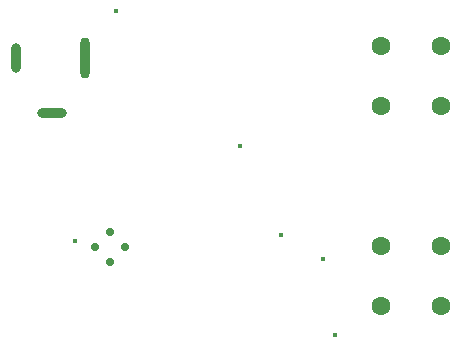
<source format=gbr>
%TF.GenerationSoftware,KiCad,Pcbnew,6.0.0-d3dd2cf0fa~116~ubuntu21.10.1*%
%TF.CreationDate,2022-02-03T21:45:13+00:00*%
%TF.ProjectId,pcb-adr1399-vref,7063622d-6164-4723-9133-39392d767265,rev?*%
%TF.SameCoordinates,Original*%
%TF.FileFunction,Plated,1,2,PTH,Mixed*%
%TF.FilePolarity,Positive*%
%FSLAX46Y46*%
G04 Gerber Fmt 4.6, Leading zero omitted, Abs format (unit mm)*
G04 Created by KiCad (PCBNEW 6.0.0-d3dd2cf0fa~116~ubuntu21.10.1) date 2022-02-03 21:45:13*
%MOMM*%
%LPD*%
G01*
G04 APERTURE LIST*
%TA.AperFunction,ViaDrill*%
%ADD10C,0.400000*%
%TD*%
%TA.AperFunction,ComponentDrill*%
%ADD11C,0.700000*%
%TD*%
G04 aperture for slot hole*
%TA.AperFunction,ComponentDrill*%
%ADD12O,0.800000X2.500000*%
%TD*%
G04 aperture for slot hole*
%TA.AperFunction,ComponentDrill*%
%ADD13O,2.500000X0.800000*%
%TD*%
G04 aperture for slot hole*
%TA.AperFunction,ComponentDrill*%
%ADD14O,0.800000X3.500000*%
%TD*%
%TA.AperFunction,ComponentDrill*%
%ADD15C,1.600000*%
%TD*%
G04 APERTURE END LIST*
D10*
X85000000Y-110000000D03*
X88500000Y-90500000D03*
X99000000Y-102000000D03*
X102500000Y-109500000D03*
X106000000Y-111500000D03*
X107000000Y-118000000D03*
D11*
%TO.C,U1*%
X86730000Y-110500000D03*
X88000000Y-109230000D03*
X88000000Y-111770000D03*
X89270000Y-110500000D03*
D12*
%TO.C,J1*%
X80000000Y-94500000D03*
D13*
X83100000Y-99200000D03*
D14*
X85900000Y-94500000D03*
D15*
%TO.C,J3*%
X110960000Y-93460000D03*
X110960000Y-98540000D03*
%TO.C,J2*%
X110960000Y-110460000D03*
X110960000Y-115540000D03*
%TO.C,J3*%
X116040000Y-93460000D03*
X116040000Y-98540000D03*
%TO.C,J2*%
X116040000Y-110460000D03*
X116040000Y-115540000D03*
M02*

</source>
